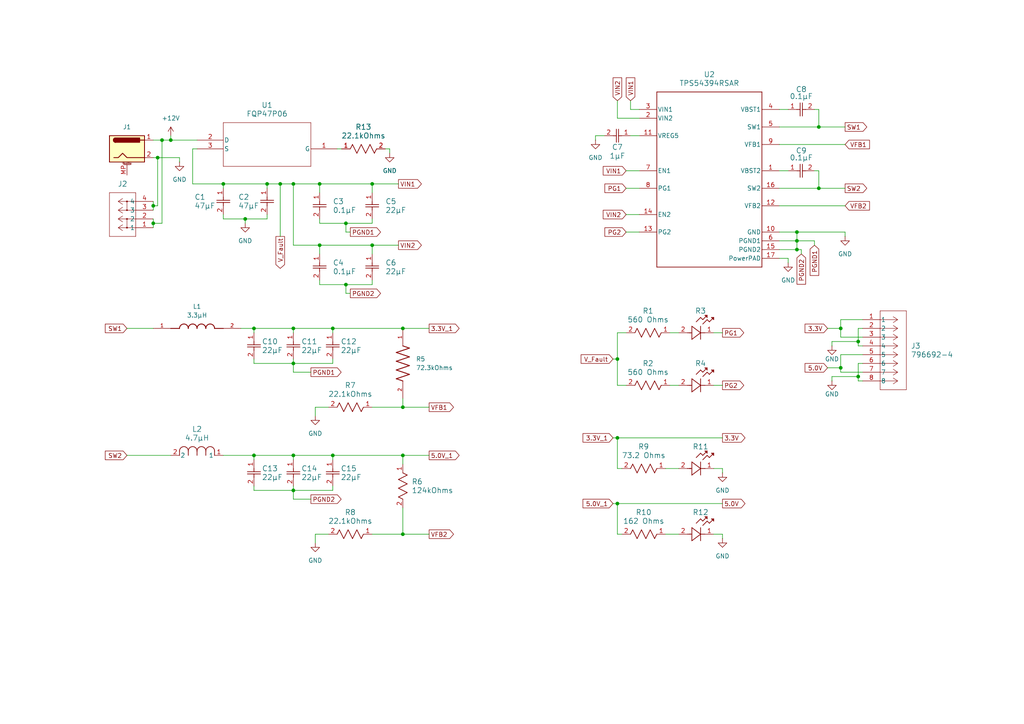
<source format=kicad_sch>
(kicad_sch (version 20231120) (generator "eeschema") (generator_version "8.0")
  (paper "A4")
  (title_block (title "12VDC to 3.3VDC & 5.0VDC Power Converter") (date "2025-01-19") (rev "1") (company "Eastland Supply"))
  (lib_symbols
    (symbol "1017503:1017503" (pin_names (offset 0.254))
      (property "Reference" "J" (at 8.89 6.35 0))
      (property "Value" "1017503" (at 0 0 0))
      (symbol "1017503_1_1"
        (pin unspecified line (at 0 0 0) (length 5.08) (name "1") (number "1"))
        (pin unspecified line (at 0 -2.54 0) (length 5.08) (name "2") (number "2"))
        (pin unspecified line (at 0 -5.08 0) (length 5.08) (name "3") (number "3"))
        (pin unspecified line (at 0 -7.62 0) (length 5.08) (name "4") (number "4"))
      )
      (symbol "1017503_1_2"
        (pin unspecified line (at 0 0 0) (length 5.08) (name "1") (number "1"))
        (pin unspecified line (at 0 -2.54 0) (length 5.08) (name "2") (number "2"))
        (pin unspecified line (at 0 -5.08 0) (length 5.08) (name "3") (number "3"))
        (pin unspecified line (at 0 -7.62 0) (length 5.08) (name "4") (number "4"))
      )
    )
    (symbol "796692-4:796692-4" (pin_names (offset 0.254))
      (property "Reference" "J" (at 8.89 6.35 0))
      (property "Value" "796692-4" (at 0 0 0))
      (symbol "796692-4_0_1"
        (pin unspecified line (at 0 0 0) (length 5.08) (name "1") (number "1"))
        (pin unspecified line (at 0 -2.54 0) (length 5.08) (name "2") (number "2"))
        (pin unspecified line (at 0 -5.08 0) (length 5.08) (name "3") (number "3"))
        (pin unspecified line (at 0 -7.62 0) (length 5.08) (name "4") (number "4"))
        (pin unspecified line (at 0 -10.16 0) (length 5.08) (name "5") (number "5"))
        (pin unspecified line (at 0 -12.7 0) (length 5.08) (name "6") (number "6"))
        (pin unspecified line (at 0 -15.24 0) (length 5.08) (name "7") (number "7"))
        (pin unspecified line (at 0 -17.78 0) (length 5.08) (name "8") (number "8"))
      )
    )
    (symbol "C1005X5R1E104K050BC:C1005X5R1E104K050BC" (pin_names (offset 0.254))
      (property "Reference" "C" (at 3.81 3.81 0))
      (property "Value" "C1005X5R1E104K050BC" (at 3.81 -3.81 0))
      (symbol "C1005X5R1E104K050BC_1_1"
        (pin unspecified line (at 0 0 0) (length 2.54) (name "") (number "1"))
        (pin unspecified line (at 7.62 0 180) (length 2.54) (name "") (number "2"))
      )
      (symbol "C1005X5R1E104K050BC_1_2"
        (pin unspecified line (at 0 0 270) (length 2.54) (name "") (number "1"))
        (pin unspecified line (at 0 -7.62 90) (length 2.54) (name "") (number "2"))
      )
    )
    (symbol "C2012X5R1E105K125AA:C2012X5R1E105K125AA" (pin_names (offset 0.254))
      (property "Reference" "C" (at 3.81 3.81 0))
      (property "Value" "C2012X5R1E105K125AA" (at 3.81 -3.81 0))
      (symbol "C2012X5R1E105K125AA_1_1"
        (pin unspecified line (at 0 0 0) (length 2.54) (name "") (number "1"))
        (pin unspecified line (at 7.62 0 180) (length 2.54) (name "") (number "2"))
      )
      (symbol "C2012X5R1E105K125AA_1_2"
        (pin unspecified line (at 0 0 270) (length 2.54) (name "") (number "1"))
        (pin unspecified line (at 0 -7.62 90) (length 2.54) (name "") (number "2"))
      )
    )
    (symbol "C3216X5R1C226M160AB:C3216X5R1C226M160AB" (pin_names (offset 0.254))
      (property "Reference" "C" (at 3.81 3.81 0))
      (property "Value" "C3216X5R1C226M160AB" (at 3.81 -3.81 0))
      (symbol "C3216X5R1C226M160AB_1_1"
        (pin unspecified line (at 0 0 0) (length 2.54) (name "") (number "1"))
        (pin unspecified line (at 7.62 0 180) (length 2.54) (name "") (number "2"))
      )
      (symbol "C3216X5R1C226M160AB_1_2"
        (pin unspecified line (at 0 0 270) (length 2.54) (name "") (number "1"))
        (pin unspecified line (at 0 -7.62 90) (length 2.54) (name "") (number "2"))
      )
    )
    (symbol "C3216X5R1E476M160AC:C3216X5R1E476M160AC" (pin_names (offset 0.254))
      (property "Reference" "C" (at 3.81 3.81 0))
      (property "Value" "C3216X5R1E476M160AC" (at 3.81 -3.81 0))
      (symbol "C3216X5R1E476M160AC_1_1"
        (pin unspecified line (at 0 0 0) (length 2.54) (name "") (number "1"))
        (pin unspecified line (at 7.62 0 180) (length 2.54) (name "") (number "2"))
      )
      (symbol "C3216X5R1E476M160AC_1_2"
        (pin unspecified line (at 0 0 270) (length 2.54) (name "") (number "1"))
        (pin unspecified line (at 0 -7.62 90) (length 2.54) (name "") (number "2"))
      )
    )
    (symbol "Connector:Barrel_Jack_MountingPin" (pin_names hide)
      (property "Reference" "J" (at 0 5.334 0))
      (property "Value" "Barrel_Jack_MountingPin" (at 1.27 -6.35 0))
      (symbol "Barrel_Jack_MountingPin_1_1"
        (text "Mounting" (at 0 -4.191 0) (effects (font (size 0.381 0.381))))
        (pin passive line (at 7.62 2.54 180) (length 2.54) (name "~") (number "1"))
        (pin passive line (at 7.62 -2.54 180) (length 2.54) (name "~") (number "2"))
        (pin passive line (at 0 -7.62 90) (length 3.048) (name "MountPin") (number "MP"))
      )
    )
    (symbol "FQP47P06:FQP47P06" (pin_names (offset 0.254))
      (property "Reference" "U" (at 20.32 10.16 0))
      (property "Value" "FQP47P06" (at 20.32 7.62 0))
      (symbol "FQP47P06_0_1"
        (pin unspecified line (at 0 0 0) (length 7.62) (name "G") (number "1"))
        (pin unspecified line (at 40.64 -2.54 180) (length 7.62) (name "D") (number "2"))
        (pin unspecified line (at 40.64 0 180) (length 7.62) (name "S") (number "3"))
      )
    )
    (symbol "RC1206FR-07162RL:RC1206FR-07162RL" (pin_names (offset 0.254))
      (property "Reference" "R" (at 5.715 3.81 0))
      (property "Value" "RC1206FR-07162RL" (at 6.35 -3.81 0))
      (symbol "RC1206FR-07162RL_1_1"
        (pin unspecified line (at 12.7 0 180) (length 2.54) (name "") (number "1"))
        (pin unspecified line (at 0 0 0) (length 2.54) (name "") (number "2"))
      )
      (symbol "RC1206FR-07162RL_1_2"
        (pin unspecified line (at 0 12.7 270) (length 2.54) (name "") (number "1"))
        (pin unspecified line (at 0 0 90) (length 2.54) (name "") (number "2"))
      )
    )
    (symbol "RC1206FR-07560RL:RC1206FR-07560RL" (pin_names (offset 0.254))
      (property "Reference" "R" (at 5.715 3.81 0))
      (property "Value" "RC1206FR-07560RL" (at 6.35 -3.81 0))
      (symbol "RC1206FR-07560RL_1_1"
        (pin unspecified line (at 12.7 0 180) (length 2.54) (name "") (number "1"))
        (pin unspecified line (at 0 0 0) (length 2.54) (name "") (number "2"))
      )
      (symbol "RC1206FR-07560RL_1_2"
        (pin unspecified line (at 0 12.7 270) (length 2.54) (name "") (number "1"))
        (pin unspecified line (at 0 0 90) (length 2.54) (name "") (number "2"))
      )
    )
    (symbol "RC1206FR-0773R2L:RC1206FR-0773R2L" (pin_names (offset 0.254))
      (property "Reference" "R" (at 5.715 3.81 0))
      (property "Value" "RC1206FR-0773R2L" (at 6.35 -3.81 0))
      (symbol "RC1206FR-0773R2L_1_1"
        (pin unspecified line (at 12.7 0 180) (length 2.54) (name "") (number "1"))
        (pin unspecified line (at 0 0 0) (length 2.54) (name "") (number "2"))
      )
      (symbol "RC1206FR-0773R2L_1_2"
        (pin unspecified line (at 0 12.7 270) (length 2.54) (name "") (number "1"))
        (pin unspecified line (at 0 0 90) (length 2.54) (name "") (number "2"))
      )
    )
    (symbol "RN73H1JTTD7232B25:RN73H1JTTD7232B25" (pin_names (offset 1.016))
      (property "Reference" "R" (at -7.6244 2.5415 0))
      (property "Value" "RN73H1JTTD7232B25" (at -7.63 -5.0866 0))
      (symbol "RN73H1JTTD7232B25_0_0"
        (pin passive line (at -10.16 0 0) (length 5.08) (name "~") (number "1"))
        (pin passive line (at 10.16 0 180) (length 5.08) (name "~") (number "2"))
      )
    )
    (symbol "SML-E12DWT86:SML-E12DWT86" (pin_names (offset 0.254))
      (property "Reference" "R" (at 5.08 -4.445 0))
      (property "Value" "SML-E12DWT86" (at 5.08 -7.62 0))
      (symbol "SML-E12DWT86_1_1"
        (pin unspecified line (at 10.16 0 180) (length 2.54) (name "") (number "1"))
        (pin unspecified line (at 0 0 0) (length 2.54) (name "") (number "2"))
      )
      (symbol "SML-E12DWT86_1_2"
        (pin unspecified line (at 0 10.16 270) (length 2.54) (name "") (number "1"))
        (pin unspecified line (at 0 0 90) (length 2.54) (name "") (number "2"))
      )
    )
    (symbol "TNPW1206124KBEEN:TNPW1206124KBEEN" (pin_names (offset 0.254))
      (property "Reference" "R" (at 5.715 3.81 0))
      (property "Value" "TNPW1206124KBEEN" (at 6.35 -3.81 0))
      (symbol "TNPW1206124KBEEN_1_1"
        (pin unspecified line (at 0 0 0) (length 2.54) (name "") (number "1"))
        (pin unspecified line (at 12.7 0 180) (length 2.54) (name "") (number "2"))
      )
      (symbol "TNPW1206124KBEEN_1_2"
        (pin unspecified line (at 0 12.7 270) (length 2.54) (name "") (number "1"))
        (pin unspecified line (at 0 0 90) (length 2.54) (name "") (number "2"))
      )
    )
    (symbol "TNPW120622K1BEEA:TNPW120622K1BEEA" (pin_names (offset 0.254))
      (property "Reference" "R" (at 5.715 3.81 0))
      (property "Value" "TNPW120622K1BEEA" (at 6.35 -3.81 0))
      (symbol "TNPW120622K1BEEA_1_1"
        (pin unspecified line (at 0 0 0) (length 2.54) (name "") (number "1"))
        (pin unspecified line (at 12.7 0 180) (length 2.54) (name "") (number "2"))
      )
      (symbol "TNPW120622K1BEEA_1_2"
        (pin unspecified line (at 0 12.7 270) (length 2.54) (name "") (number "1"))
        (pin unspecified line (at 0 0 90) (length 2.54) (name "") (number "2"))
      )
    )
    (symbol "TPS54394RSAR:TPS54394RSAR" (pin_names (offset 0.254))
      (property "Reference" "U" (at 0 2.54 0))
      (property "Value" "TPS54394RSAR" (at 0 0 0))
      (symbol "TPS54394RSAR_0_1"
        (pin unspecified line (at 40.64 -17.78 180) (length 5.08) (name "VBST2") (number "1"))
        (pin power_in line (at 40.64 -35.56 180) (length 5.08) (name "GND") (number "10"))
        (pin unspecified line (at 0 -7.62 0) (length 5.08) (name "VREG5") (number "11"))
        (pin unspecified line (at 40.64 -27.94 180) (length 5.08) (name "VFB2") (number "12"))
        (pin open_collector line (at 0 -35.56 0) (length 5.08) (name "PG2") (number "13"))
        (pin input line (at 0 -30.48 0) (length 5.08) (name "EN2") (number "14"))
        (pin power_in line (at 40.64 -40.64 180) (length 5.08) (name "PGND2") (number "15"))
        (pin unspecified line (at 40.64 -22.86 180) (length 5.08) (name "SW2") (number "16"))
        (pin unspecified line (at 40.64 -43.18 180) (length 5.08) (name "PowerPAD") (number "17"))
        (pin power_in line (at 0 -2.54 0) (length 5.08) (name "VIN2") (number "2"))
        (pin power_in line (at 0 0 0) (length 5.08) (name "VIN1") (number "3"))
        (pin unspecified line (at 40.64 0 180) (length 5.08) (name "VBST1") (number "4"))
        (pin unspecified line (at 40.64 -5.08 180) (length 5.08) (name "SW1") (number "5"))
        (pin power_in line (at 40.64 -38.1 180) (length 5.08) (name "PGND1") (number "6"))
        (pin input line (at 0 -17.78 0) (length 5.08) (name "EN1") (number "7"))
        (pin open_collector line (at 0 -22.86 0) (length 5.08) (name "PG1") (number "8"))
        (pin unspecified line (at 40.64 -10.16 180) (length 5.08) (name "VFB1") (number "9"))
      )
    )
    (symbol "VLS6045EX-3R3N:VLS6045EX-3R3N" (pin_names (offset 1.016))
      (property "Reference" "L" (at -10.16 5.08 0))
      (property "Value" "VLS6045EX-3R3N" (at -10.16 -5.08 0))
      (symbol "VLS6045EX-3R3N_0_0"
        (pin passive line (at -12.7 0 0) (length 5.08) (name "~") (number "1"))
        (pin passive line (at 12.7 0 180) (length 5.08) (name "~") (number "2"))
      )
    )
    (symbol "VLS6045EX_4R7M:VLS6045EX-4R7M" (pin_names (offset 0.254))
      (property "Reference" "L" (at 6.985 5.08 0))
      (property "Value" "VLS6045EX-4R7M" (at 6.985 -2.54 0))
      (symbol "VLS6045EX-4R7M_1_1"
        (pin unspecified line (at 15.24 0 180) (length 2.54) (name "1") (number "1"))
        (pin unspecified line (at 0 0 0) (length 2.54) (name "2") (number "2"))
      )
      (symbol "VLS6045EX-4R7M_1_2"
        (pin unspecified line (at 0 15.24 270) (length 2.54) (name "1") (number "1"))
        (pin unspecified line (at 0 0 90) (length 2.54) (name "2") (number "2"))
      )
    )
    (symbol "power:+12V" (power) (pin_numbers hide) (pin_names (offset 0) hide)
      (property "Value" "+12V" (at 0 3.556 0))
      (symbol "+12V_1_1"
        (pin power_in line (at 0 0 90) (length 0) (name "~") (number "1"))
      )
    )
    (symbol "power:GND" (power) (pin_numbers hide) (pin_names (offset 0) hide)
      (property "Value" "GND" (at 0 -3.81 0))
      (symbol "GND_1_1"
        (pin power_in line (at 0 0 270) (length 0) (name "~") (number "1"))
      )
    )
  )
  (junction (at 46.99 40.64))
  (junction (at 49.53 40.64))
  (junction (at 116.84 132.08))
  (junction (at 45.72 45.72))
  (junction (at 237.49 54.61))
  (junction (at 237.49 36.83))
  (junction (at 116.84 118.11))
  (junction (at 73.66 132.08))
  (junction (at 92.71 53.34))
  (junction (at 85.09 105.41))
  (junction (at 85.09 142.24))
  (junction (at 243.84 106.68))
  (junction (at 73.66 95.25))
  (junction (at 116.84 95.25))
  (junction (at 85.09 132.08))
  (junction (at 248.92 99.06))
  (junction (at 81.28 53.34))
  (junction (at 100.33 82.55))
  (junction (at 92.71 71.12))
  (junction (at 231.14 69.85))
  (junction (at 64.77 53.34))
  (junction (at 248.92 109.22))
  (junction (at 116.84 154.94))
  (junction (at 179.07 146.05))
  (junction (at 179.07 104.14))
  (junction (at 179.07 127))
  (junction (at 44.45 64.77))
  (junction (at 96.52 132.08))
  (junction (at 231.14 67.31))
  (junction (at 231.14 72.39))
  (junction (at 100.33 64.77))
  (junction (at 243.84 95.25))
  (junction (at 96.52 95.25))
  (junction (at 44.45 59.69))
  (junction (at 85.09 53.34))
  (junction (at 107.95 53.34))
  (junction (at 85.09 95.25))
  (junction (at 71.12 63.5))
  (junction (at 77.47 53.34))
  (junction (at 107.95 71.12))
  (wire (pts (xy 46.99 64.77) (xy 46.99 40.64)))
  (wire (pts (xy 248.92 95.25) (xy 248.92 99.06)))
  (wire (pts (xy 179.07 104.14) (xy 179.07 111.76)))
  (wire (pts (xy 107.95 64.77) (xy 107.95 63.5)))
  (wire (pts (xy 85.09 133.35) (xy 85.09 132.08)))
  (wire (pts (xy 231.14 69.85) (xy 236.22 69.85)))
  (wire (pts (xy 228.6 74.93) (xy 228.6 76.2)))
  (wire (pts (xy 194.31 96.52) (xy 196.85 96.52)))
  (wire (pts (xy 36.83 95.25) (xy 44.45 95.25)))
  (wire (pts (xy 107.95 73.66) (xy 107.95 71.12)))
  (wire (pts (xy 81.28 53.34) (xy 85.09 53.34)))
  (wire (pts (xy 95.25 154.94) (xy 91.44 154.94)))
  (wire (pts (xy 193.04 154.94) (xy 196.85 154.94)))
  (wire (pts (xy 73.66 95.25) (xy 73.66 96.52)))
  (wire (pts (xy 243.84 106.68) (xy 243.84 107.95)))
  (wire (pts (xy 113.03 43.18) (xy 113.03 44.45)))
  (wire (pts (xy 116.84 132.08) (xy 124.46 132.08)))
  (wire (pts (xy 231.14 72.39) (xy 232.41 72.39)))
  (wire (pts (xy 250.19 92.71) (xy 243.84 92.71)))
  (wire (pts (xy 181.61 62.23) (xy 185.42 62.23)))
  (wire (pts (xy 85.09 132.08) (xy 73.66 132.08)))
  (wire (pts (xy 57.15 43.18) (xy 55.88 43.18)))
  (wire (pts (xy 181.61 49.53) (xy 185.42 49.53)))
  (wire (pts (xy 44.45 58.42) (xy 44.45 59.69)))
  (wire (pts (xy 179.07 135.89) (xy 179.07 127)))
  (wire (pts (xy 116.84 134.62) (xy 116.84 132.08)))
  (wire (pts (xy 81.28 53.34) (xy 81.28 68.58)))
  (wire (pts (xy 209.55 137.16) (xy 209.55 135.89)))
  (wire (pts (xy 85.09 95.25) (xy 73.66 95.25)))
  (wire (pts (xy 101.6 85.09) (xy 100.33 85.09)))
  (wire (pts (xy 107.95 71.12) (xy 92.71 71.12)))
  (wire (pts (xy 92.71 81.28) (xy 92.71 82.55)))
  (wire (pts (xy 241.3 109.22) (xy 248.92 109.22)))
  (wire (pts (xy 64.77 53.34) (xy 77.47 53.34)))
  (wire (pts (xy 44.45 59.69) (xy 44.45 60.96)))
  (wire (pts (xy 92.71 82.55) (xy 100.33 82.55)))
  (wire (pts (xy 100.33 85.09) (xy 100.33 82.55)))
  (wire (pts (xy 250.19 105.41) (xy 248.92 105.41)))
  (wire (pts (xy 226.06 59.69) (xy 245.11 59.69)))
  (wire (pts (xy 179.07 96.52) (xy 179.07 104.14)))
  (wire (pts (xy 116.84 118.11) (xy 124.46 118.11)))
  (wire (pts (xy 185.42 31.75) (xy 182.88 31.75)))
  (wire (pts (xy 100.33 82.55) (xy 107.95 82.55)))
  (wire (pts (xy 69.85 95.25) (xy 73.66 95.25)))
  (wire (pts (xy 241.3 99.06) (xy 248.92 99.06)))
  (wire (pts (xy 96.52 133.35) (xy 96.52 132.08)))
  (wire (pts (xy 73.66 105.41) (xy 73.66 104.14)))
  (wire (pts (xy 85.09 96.52) (xy 85.09 95.25)))
  (wire (pts (xy 107.95 53.34) (xy 107.95 55.88)))
  (wire (pts (xy 49.53 39.37) (xy 49.53 40.64)))
  (wire (pts (xy 96.52 96.52) (xy 96.52 95.25)))
  (wire (pts (xy 101.6 67.31) (xy 100.33 67.31)))
  (wire (pts (xy 226.06 54.61) (xy 237.49 54.61)))
  (wire (pts (xy 243.84 92.71) (xy 243.84 95.25)))
  (wire (pts (xy 96.52 140.97) (xy 96.52 142.24)))
  (wire (pts (xy 226.06 72.39) (xy 231.14 72.39)))
  (wire (pts (xy 45.72 59.69) (xy 45.72 45.72)))
  (wire (pts (xy 240.03 106.68) (xy 243.84 106.68)))
  (wire (pts (xy 236.22 69.85) (xy 236.22 71.12)))
  (wire (pts (xy 248.92 105.41) (xy 248.92 109.22)))
  (wire (pts (xy 55.88 43.18) (xy 55.88 53.34)))
  (wire (pts (xy 207.01 96.52) (xy 209.55 96.52)))
  (wire (pts (xy 111.76 43.18) (xy 113.03 43.18)))
  (wire (pts (xy 107.95 53.34) (xy 115.57 53.34)))
  (wire (pts (xy 179.07 34.29) (xy 179.07 29.21)))
  (wire (pts (xy 91.44 118.11) (xy 91.44 120.65)))
  (wire (pts (xy 185.42 34.29) (xy 179.07 34.29)))
  (wire (pts (xy 179.07 111.76) (xy 181.61 111.76)))
  (wire (pts (xy 237.49 49.53) (xy 237.49 54.61)))
  (wire (pts (xy 243.84 107.95) (xy 250.19 107.95)))
  (wire (pts (xy 85.09 53.34) (xy 92.71 53.34)))
  (wire (pts (xy 250.19 102.87) (xy 243.84 102.87)))
  (wire (pts (xy 45.72 45.72) (xy 52.07 45.72)))
  (wire (pts (xy 243.84 102.87) (xy 243.84 106.68)))
  (wire (pts (xy 96.52 104.14) (xy 96.52 105.41)))
  (wire (pts (xy 44.45 63.5) (xy 44.45 64.77)))
  (wire (pts (xy 44.45 40.64) (xy 46.99 40.64)))
  (wire (pts (xy 92.71 73.66) (xy 92.71 71.12)))
  (wire (pts (xy 116.84 154.94) (xy 107.95 154.94)))
  (wire (pts (xy 226.06 67.31) (xy 231.14 67.31)))
  (wire (pts (xy 248.92 100.33) (xy 250.19 100.33)))
  (wire (pts (xy 180.34 135.89) (xy 179.07 135.89)))
  (wire (pts (xy 116.84 132.08) (xy 96.52 132.08)))
  (wire (pts (xy 77.47 62.23) (xy 77.47 63.5)))
  (wire (pts (xy 95.25 118.11) (xy 91.44 118.11)))
  (wire (pts (xy 248.92 109.22) (xy 248.92 110.49)))
  (wire (pts (xy 179.07 154.94) (xy 179.07 146.05)))
  (wire (pts (xy 90.17 144.78) (xy 85.09 144.78)))
  (wire (pts (xy 85.09 104.14) (xy 85.09 105.41)))
  (wire (pts (xy 96.52 132.08) (xy 85.09 132.08)))
  (wire (pts (xy 92.71 63.5) (xy 92.71 64.77)))
  (wire (pts (xy 209.55 135.89) (xy 207.01 135.89)))
  (wire (pts (xy 226.06 74.93) (xy 228.6 74.93)))
  (wire (pts (xy 248.92 99.06) (xy 248.92 100.33)))
  (wire (pts (xy 73.66 142.24) (xy 73.66 140.97)))
  (wire (pts (xy 64.77 132.08) (xy 73.66 132.08)))
  (wire (pts (xy 177.8 146.05) (xy 179.07 146.05)))
  (wire (pts (xy 226.06 41.91) (xy 245.11 41.91)))
  (wire (pts (xy 116.84 115.57) (xy 116.84 118.11)))
  (wire (pts (xy 92.71 71.12) (xy 85.09 71.12)))
  (wire (pts (xy 237.49 54.61) (xy 245.11 54.61)))
  (wire (pts (xy 107.95 82.55) (xy 107.95 81.28)))
  (wire (pts (xy 226.06 69.85) (xy 231.14 69.85)))
  (wire (pts (xy 209.55 156.21) (xy 209.55 154.94)))
  (wire (pts (xy 250.19 95.25) (xy 248.92 95.25)))
  (wire (pts (xy 116.84 118.11) (xy 107.95 118.11)))
  (wire (pts (xy 91.44 154.94) (xy 91.44 157.48)))
  (wire (pts (xy 181.61 54.61) (xy 185.42 54.61)))
  (wire (pts (xy 49.53 40.64) (xy 57.15 40.64)))
  (wire (pts (xy 77.47 53.34) (xy 81.28 53.34)))
  (wire (pts (xy 179.07 127) (xy 209.55 127)))
  (wire (pts (xy 85.09 140.97) (xy 85.09 142.24)))
  (wire (pts (xy 44.45 59.69) (xy 45.72 59.69)))
  (wire (pts (xy 241.3 110.49) (xy 241.3 109.22)))
  (wire (pts (xy 226.06 36.83) (xy 237.49 36.83)))
  (wire (pts (xy 226.06 49.53) (xy 228.6 49.53)))
  (wire (pts (xy 207.01 111.76) (xy 209.55 111.76)))
  (wire (pts (xy 92.71 64.77) (xy 100.33 64.77)))
  (wire (pts (xy 96.52 95.25) (xy 85.09 95.25)))
  (wire (pts (xy 64.77 63.5) (xy 64.77 62.23)))
  (wire (pts (xy 44.45 64.77) (xy 46.99 64.77)))
  (wire (pts (xy 245.11 67.31) (xy 245.11 68.58)))
  (wire (pts (xy 116.84 154.94) (xy 124.46 154.94)))
  (wire (pts (xy 243.84 95.25) (xy 243.84 97.79)))
  (wire (pts (xy 177.8 127) (xy 179.07 127)))
  (wire (pts (xy 179.07 146.05) (xy 209.55 146.05)))
  (wire (pts (xy 77.47 53.34) (xy 77.47 54.61)))
  (wire (pts (xy 92.71 53.34) (xy 107.95 53.34)))
  (wire (pts (xy 194.31 111.76) (xy 196.85 111.76)))
  (wire (pts (xy 44.45 45.72) (xy 45.72 45.72)))
  (wire (pts (xy 172.72 39.37) (xy 172.72 40.64)))
  (wire (pts (xy 85.09 105.41) (xy 73.66 105.41)))
  (wire (pts (xy 237.49 36.83) (xy 245.11 36.83)))
  (wire (pts (xy 71.12 63.5) (xy 64.77 63.5)))
  (wire (pts (xy 226.06 31.75) (xy 228.6 31.75)))
  (wire (pts (xy 85.09 142.24) (xy 73.66 142.24)))
  (wire (pts (xy 193.04 135.89) (xy 196.85 135.89)))
  (wire (pts (xy 77.47 63.5) (xy 71.12 63.5)))
  (wire (pts (xy 180.34 154.94) (xy 179.07 154.94)))
  (wire (pts (xy 116.84 95.25) (xy 124.46 95.25)))
  (wire (pts (xy 182.88 39.37) (xy 185.42 39.37)))
  (wire (pts (xy 236.22 31.75) (xy 237.49 31.75)))
  (wire (pts (xy 85.09 107.95) (xy 85.09 105.41)))
  (wire (pts (xy 181.61 96.52) (xy 179.07 96.52)))
  (wire (pts (xy 90.17 107.95) (xy 85.09 107.95)))
  (wire (pts (xy 97.79 43.18) (xy 99.06 43.18)))
  (wire (pts (xy 107.95 71.12) (xy 115.57 71.12)))
  (wire (pts (xy 231.14 67.31) (xy 245.11 67.31)))
  (wire (pts (xy 243.84 97.79) (xy 250.19 97.79)))
  (wire (pts (xy 52.07 45.72) (xy 52.07 46.99)))
  (wire (pts (xy 241.3 100.33) (xy 241.3 99.06)))
  (wire (pts (xy 209.55 154.94) (xy 207.01 154.94)))
  (wire (pts (xy 177.8 104.14) (xy 179.07 104.14)))
  (wire (pts (xy 237.49 31.75) (xy 237.49 36.83)))
  (wire (pts (xy 240.03 95.25) (xy 243.84 95.25)))
  (wire (pts (xy 248.92 110.49) (xy 250.19 110.49)))
  (wire (pts (xy 181.61 67.31) (xy 185.42 67.31)))
  (wire (pts (xy 231.14 69.85) (xy 231.14 72.39)))
  (wire (pts (xy 100.33 64.77) (xy 107.95 64.77)))
  (wire (pts (xy 182.88 31.75) (xy 182.88 29.21)))
  (wire (pts (xy 96.52 105.41) (xy 85.09 105.41)))
  (wire (pts (xy 172.72 39.37) (xy 175.26 39.37)))
  (wire (pts (xy 71.12 63.5) (xy 71.12 64.77)))
  (wire (pts (xy 96.52 142.24) (xy 85.09 142.24)))
  (wire (pts (xy 92.71 53.34) (xy 92.71 55.88)))
  (wire (pts (xy 36.83 132.08) (xy 49.53 132.08)))
  (wire (pts (xy 231.14 67.31) (xy 231.14 69.85)))
  (wire (pts (xy 100.33 67.31) (xy 100.33 64.77)))
  (wire (pts (xy 46.99 40.64) (xy 49.53 40.64)))
  (wire (pts (xy 64.77 54.61) (xy 64.77 53.34)))
  (wire (pts (xy 85.09 71.12) (xy 85.09 53.34)))
  (wire (pts (xy 236.22 49.53) (xy 237.49 49.53)))
  (wire (pts (xy 116.84 147.32) (xy 116.84 154.94)))
  (wire (pts (xy 85.09 144.78) (xy 85.09 142.24)))
  (wire (pts (xy 96.52 95.25) (xy 116.84 95.25)))
  (wire (pts (xy 44.45 64.77) (xy 44.45 66.04)))
  (wire (pts (xy 55.88 53.34) (xy 64.77 53.34)))
  (wire (pts (xy 73.66 132.08) (xy 73.66 133.35)))
  (wire (pts (xy 232.41 72.39) (xy 232.41 73.66)))
  (global_label "5.0V" (shape output) (at 209.55 146.05 0) (property "Intersheetrefs" "${INTERSHEET_REFS}" (effects (hide yes))))
  (global_label "SW1" (shape output) (at 245.11 36.83 0) (property "Intersheetrefs" "${INTERSHEET_REFS}" (effects (hide yes))))
  (global_label "VIN1" (shape output) (at 115.57 53.34 0) (property "Intersheetrefs" "${INTERSHEET_REFS}" (effects (hide yes))))
  (global_label "3.3V" (shape input) (at 240.03 95.25 180) (property "Intersheetrefs" "${INTERSHEET_REFS}" (effects (hide yes))))
  (global_label "VIN1" (shape input) (at 181.61 49.53 180) (property "Intersheetrefs" "${INTERSHEET_REFS}" (effects (hide yes))))
  (global_label "3.3V_1" (shape output) (at 124.46 95.25 0) (property "Intersheetrefs" "${INTERSHEET_REFS}" (effects (hide yes))))
  (global_label "VFB2" (shape output) (at 124.46 154.94 0) (property "Intersheetrefs" "${INTERSHEET_REFS}" (effects (hide yes))))
  (global_label "PGND1" (shape input) (at 236.22 71.12 270) (property "Intersheetrefs" "${INTERSHEET_REFS}" (effects (hide yes))))
  (global_label "5.0V" (shape input) (at 240.03 106.68 180) (property "Intersheetrefs" "${INTERSHEET_REFS}" (effects (hide yes))))
  (global_label "PGND2" (shape output) (at 101.6 85.09 0) (property "Intersheetrefs" "${INTERSHEET_REFS}" (effects (hide yes))))
  (global_label "PGND2" (shape input) (at 232.41 73.66 270) (property "Intersheetrefs" "${INTERSHEET_REFS}" (effects (hide yes))))
  (global_label "PG2" (shape input) (at 181.61 67.31 180) (property "Intersheetrefs" "${INTERSHEET_REFS}" (effects (hide yes))))
  (global_label "3.3V_1" (shape input) (at 177.8 127 180) (property "Intersheetrefs" "${INTERSHEET_REFS}" (effects (hide yes))))
  (global_label "V_Fault" (shape input) (at 177.8 104.14 180) (property "Intersheetrefs" "${INTERSHEET_REFS}" (effects (hide yes))))
  (global_label "VFB1" (shape input) (at 245.11 41.91 0) (property "Intersheetrefs" "${INTERSHEET_REFS}" (effects (hide yes))))
  (global_label "PG2" (shape output) (at 209.55 111.76 0) (property "Intersheetrefs" "${INTERSHEET_REFS}" (effects (hide yes))))
  (global_label "SW2" (shape output) (at 245.11 54.61 0) (property "Intersheetrefs" "${INTERSHEET_REFS}" (effects (hide yes))))
  (global_label "PGND1" (shape output) (at 90.17 107.95 0) (property "Intersheetrefs" "${INTERSHEET_REFS}" (effects (hide yes))))
  (global_label "5.0V_1" (shape input) (at 177.8 146.05 180) (property "Intersheetrefs" "${INTERSHEET_REFS}" (effects (hide yes))))
  (global_label "5.0V_1" (shape output) (at 124.46 132.08 0) (property "Intersheetrefs" "${INTERSHEET_REFS}" (effects (hide yes))))
  (global_label "V_Fault" (shape output) (at 81.28 68.58 270) (property "Intersheetrefs" "${INTERSHEET_REFS}" (effects (hide yes))))
  (global_label "PGND1" (shape output) (at 101.6 67.31 0) (property "Intersheetrefs" "${INTERSHEET_REFS}" (effects (hide yes))))
  (global_label "VIN2" (shape input) (at 181.61 62.23 180) (property "Intersheetrefs" "${INTERSHEET_REFS}" (effects (hide yes))))
  (global_label "VFB2" (shape input) (at 245.11 59.69 0) (property "Intersheetrefs" "${INTERSHEET_REFS}" (effects (hide yes))))
  (global_label "PG1" (shape output) (at 209.55 96.52 0) (property "Intersheetrefs" "${INTERSHEET_REFS}" (effects (hide yes))))
  (global_label "VIN2" (shape output) (at 115.57 71.12 0) (property "Intersheetrefs" "${INTERSHEET_REFS}" (effects (hide yes))))
  (global_label "PGND2" (shape output) (at 90.17 144.78 0) (property "Intersheetrefs" "${INTERSHEET_REFS}" (effects (hide yes))))
  (global_label "SW2" (shape input) (at 36.83 132.08 180) (property "Intersheetrefs" "${INTERSHEET_REFS}" (effects (hide yes))))
  (global_label "SW1" (shape input) (at 36.83 95.25 180) (property "Intersheetrefs" "${INTERSHEET_REFS}" (effects (hide yes))))
  (global_label "VFB1" (shape output) (at 124.46 118.11 0) (property "Intersheetrefs" "${INTERSHEET_REFS}" (effects (hide yes))))
  (global_label "PG1" (shape input) (at 181.61 54.61 180) (property "Intersheetrefs" "${INTERSHEET_REFS}" (effects (hide yes))))
  (global_label "3.3V" (shape output) (at 209.55 127 0) (property "Intersheetrefs" "${INTERSHEET_REFS}" (effects (hide yes))))
  (global_label "VIN1" (shape input) (at 182.88 29.21 90) (property "Intersheetrefs" "${INTERSHEET_REFS}" (effects (hide yes))))
  (global_label "VIN2" (shape input) (at 179.07 29.21 90) (property "Intersheetrefs" "${INTERSHEET_REFS}" (effects (hide yes))))
  (symbol (lib_id "C3216X5R1C226M160AB:C3216X5R1C226M160AB") (at 107.95 73.66 270) (unit 1)
    (property "Reference" "C6" (at 111.76 76.1999 90) (effects (font (size 1.524 1.524)) (justify left)))
    (property "Value" "22µF" (at 111.76 78.7399 90) (effects (font (size 1.524 1.524)) (justify left)))
    (property "Footprint" "Footprints:CAP_3216_TDK-M" (effects (hide yes)))
    (property "Datasheet" "C3216X5R1C226M160AB" (effects (hide yes)))
  )
  (symbol (lib_id "C3216X5R1E476M160AC:C3216X5R1E476M160AC") (at 64.77 54.61 270) (unit 1)
    (property "Reference" "C1" (at 56.388 57.15 90) (effects (font (size 1.524 1.524)) (justify left)))
    (property "Value" "47µF" (at 56.388 59.69 90) (effects (font (size 1.524 1.524)) (justify left)))
    (property "Footprint" "Footprints:CAP_3216_TDK-M" (effects (hide yes)))
    (property "Datasheet" "C3216X5R1E476M160AC" (effects (hide yes)))
  )
  (symbol (lib_id "TNPW120622K1BEEA:TNPW120622K1BEEA") (at 107.95 154.94 180) (unit 1)
    (property "Reference" "R8" (at 101.6 148.59 0) (effects (font (size 1.524 1.524))))
    (property "Value" "22.1kOhms" (at 101.6 151.13 0) (effects (font (size 1.524 1.524))))
    (property "Footprint" "Footprints:RES_TNPW1206_VIS-M" (effects (hide yes)))
    (property "Datasheet" "TNPW120622K1BEEA" (effects (hide yes)))
  )
  (symbol (lib_id "power:GND") (at 241.3 110.49 0) (unit 1)
    (property "Reference" "#PWR011" (effects (hide yes)))
    (property "Value" "GND" (at 241.3 114.3 0))
    (property "Description" "Power symbol creates a global label with name \"GND\" , ground" (effects (hide yes)))
  )
  (symbol (lib_id "power:GND") (at 113.03 44.45 0) (unit 1)
    (property "Reference" "#PWR02" (effects (hide yes)))
    (property "Value" "GND" (at 113.03 49.53 0))
    (property "Description" "Power symbol creates a global label with name \"GND\" , ground" (effects (hide yes)))
  )
  (symbol (lib_id "power:GND") (at 241.3 100.33 0) (unit 1)
    (property "Reference" "#PWR010" (effects (hide yes)))
    (property "Value" "GND" (at 241.3 104.14 0))
    (property "Description" "Power symbol creates a global label with name \"GND\" , ground" (effects (hide yes)))
  )
  (symbol (lib_id "796692-4:796692-4") (at 250.19 92.71 0) (unit 1)
    (property "Reference" "J3" (at 264.16 100.3299 0) (effects (font (size 1.524 1.524)) (justify left)))
    (property "Value" "796692-4" (at 264.16 102.8699 0) (effects (font (size 1.524 1.524)) (justify left)))
    (property "Footprint" "CONN8_796692-4_TEC" (effects (hide yes)))
    (property "Datasheet" "796692-4" (effects (hide yes)))
  )
  (symbol (lib_id "C1005X5R1E104K050BC:C1005X5R1E104K050BC") (at 92.71 55.88 270) (unit 1)
    (property "Reference" "C3" (at 96.52 58.4199 90) (effects (font (size 1.524 1.524)) (justify left)))
    (property "Value" "0.1µF" (at 96.52 60.9599 90) (effects (font (size 1.524 1.524)) (justify left)))
    (property "Footprint" "Footprints:CAP_1005_TDK-M" (effects (hide yes)))
    (property "Datasheet" "C1005X5R1E104K050BC" (effects (hide yes)))
  )
  (symbol (lib_id "power:GND") (at 245.11 68.58 0) (unit 1)
    (property "Reference" "#PWR05" (effects (hide yes)))
    (property "Value" "GND" (at 245.11 73.66 0))
    (property "Description" "Power symbol creates a global label with name \"GND\" , ground" (effects (hide yes)))
  )
  (symbol (lib_id "power:GND") (at 91.44 120.65 0) (unit 1)
    (property "Reference" "#PWR06" (effects (hide yes)))
    (property "Value" "GND" (at 91.44 125.73 0))
    (property "Description" "Power symbol creates a global label with name \"GND\" , ground" (effects (hide yes)))
  )
  (symbol (lib_id "C3216X5R1C226M160AB:C3216X5R1C226M160AB") (at 107.95 55.88 270) (unit 1)
    (property "Reference" "C5" (at 111.76 58.4199 90) (effects (font (size 1.524 1.524)) (justify left)))
    (property "Value" "22µF" (at 111.76 60.9599 90) (effects (font (size 1.524 1.524)) (justify left)))
    (property "Footprint" "Footprints:CAP_3216_TDK-M" (effects (hide yes)))
    (property "Datasheet" "C3216X5R1C226M160AB" (effects (hide yes)))
  )
  (symbol (lib_id "power:+12V") (at 49.53 39.37 0) (unit 1)
    (property "Reference" "#PWR04" (effects (hide yes)))
    (property "Value" "+12V" (at 49.53 34.29 0))
    (property "Description" "Power symbol creates a global label with name \"+12V\"" (effects (hide yes)))
  )
  (symbol (lib_id "C3216X5R1C226M160AB:C3216X5R1C226M160AB") (at 85.09 96.52 270) (unit 1)
    (property "Reference" "C11" (at 87.376 99.06 90) (effects (font (size 1.524 1.524)) (justify left)))
    (property "Value" "22µF" (at 87.376 101.6 90) (effects (font (size 1.524 1.524)) (justify left)))
    (property "Footprint" "Footprints:CAP_3216_TDK-M" (effects (hide yes)))
    (property "Datasheet" "C3216X5R1C226M160AB" (effects (hide yes)))
  )
  (symbol (lib_id "C1005X5R1E104K050BC:C1005X5R1E104K050BC") (at 92.71 73.66 270) (unit 1)
    (property "Reference" "C4" (at 96.52 76.1999 90) (effects (font (size 1.524 1.524)) (justify left)))
    (property "Value" "0.1µF" (at 96.52 78.7399 90) (effects (font (size 1.524 1.524)) (justify left)))
    (property "Footprint" "Footprints:CAP_1005_TDK-M" (effects (hide yes)))
    (property "Datasheet" "C1005X5R1E104K050BC" (effects (hide yes)))
  )
  (symbol (lib_id "power:GND") (at 172.72 40.64 0) (unit 1)
    (property "Reference" "#PWR013" (effects (hide yes)))
    (property "Value" "GND" (at 172.72 45.72 0))
    (property "Description" "Power symbol creates a global label with name \"GND\" , ground" (effects (hide yes)))
  )
  (symbol (lib_id "C3216X5R1E476M160AC:C3216X5R1E476M160AC") (at 77.47 54.61 270) (unit 1)
    (property "Reference" "C2" (at 69.088 57.15 90) (effects (font (size 1.524 1.524)) (justify left)))
    (property "Value" "47µF" (at 69.088 59.69 90) (effects (font (size 1.524 1.524)) (justify left)))
    (property "Footprint" "Footprints:CAP_3216_TDK-M" (effects (hide yes)))
    (property "Datasheet" "C3216X5R1E476M160AC" (effects (hide yes)))
  )
  (symbol (lib_id "C3216X5R1C226M160AB:C3216X5R1C226M160AB") (at 96.52 133.35 270) (unit 1)
    (property "Reference" "C15" (at 98.806 135.89 90) (effects (font (size 1.524 1.524)) (justify left)))
    (property "Value" "22µF" (at 98.806 138.43 90) (effects (font (size 1.524 1.524)) (justify left)))
    (property "Footprint" "Footprints:CAP_3216_TDK-M" (effects (hide yes)))
    (property "Datasheet" "C3216X5R1C226M160AB" (effects (hide yes)))
  )
  (symbol (lib_id "VLS6045EX-3R3N:VLS6045EX-3R3N") (at 57.15 95.25 0) (unit 1)
    (property "Reference" "L1" (at 57.15 88.9 0))
    (property "Value" "3.3µH" (at 57.15 91.44 0))
    (property "Footprint" "Footprints:IND_VLS6045EX-3R3N" (effects (hide yes)))
    (property "DigiKey_Part_Number" "445-173052-2-ND" (effects (hide yes)))
    (property "SnapEDA_Link" "https://www.snapeda.com/parts/VLS6045EX-3R3N/TDK/view-part/?ref=snap" (effects (hide yes)))
    (property "MAXIMUM_PACKAGE_HEIGHT" "4.5 mm" (effects (hide yes)))
    (property "Package" "NON STANDARD-2 TDK" (effects (hide yes)))
    (property "Check_prices" "https://www.snapeda.com/parts/VLS6045EX-3R3N/TDK/view-part/?ref=eda" (effects (hide yes)))
    (property "STANDARD" "Manufacturer Recommendations" (effects (hide yes)))
    (property "PARTREV" "N/A" (effects (hide yes)))
    (property "MF" "TDK" (effects (hide yes)))
    (property "MP" "VLS6045EX-3R3N" (effects (hide yes)))
    (property "Description_1" "\n                        \n                            3.3 µH Shielded Drum Core, Wirewound Inductor 4.95 A 23mOhm Nonstandard\n                        \n" (effects (hide yes)))
    (property "MANUFACTURER" "TDK" (effects (hide yes)))
  )
  (symbol (lib_id "C1005X5R1E104K050BC:C1005X5R1E104K050BC") (at 228.6 31.75 0) (unit 1)
    (property "Reference" "C8" (at 232.41 25.908 0) (effects (font (size 1.524 1.524))))
    (property "Value" "0.1µF" (at 232.41 27.94 0) (effects (font (size 1.524 1.524))))
    (property "Footprint" "Footprints:CAP_1005_TDK-M" (effects (hide yes)))
    (property "Datasheet" "C1005X5R1E104K050BC" (effects (hide yes)))
  )
  (symbol (lib_id "power:GND") (at 228.6 76.2 0) (unit 1)
    (property "Reference" "#PWR012" (effects (hide yes)))
    (property "Value" "GND" (at 228.6 81.28 0))
    (property "Description" "Power symbol creates a global label with name \"GND\" , ground" (effects (hide yes)))
  )
  (symbol (lib_id "power:GND") (at 209.55 137.16 0) (unit 1)
    (property "Reference" "#PWR08" (effects (hide yes)))
    (property "Value" "GND" (at 209.55 142.24 0))
    (property "Description" "Power symbol creates a global label with name \"GND\" , ground" (effects (hide yes)))
  )
  (symbol (lib_id "C3216X5R1C226M160AB:C3216X5R1C226M160AB") (at 73.66 133.35 270) (unit 1)
    (property "Reference" "C13" (at 75.946 135.89 90) (effects (font (size 1.524 1.524)) (justify left)))
    (property "Value" "22µF" (at 75.946 138.43 90) (effects (font (size 1.524 1.524)) (justify left)))
    (property "Footprint" "Footprints:CAP_3216_TDK-M" (effects (hide yes)))
    (property "Datasheet" "C3216X5R1C226M160AB" (effects (hide yes)))
  )
  (symbol (lib_id "TNPW120622K1BEEA:TNPW120622K1BEEA") (at 99.06 43.18 0) (unit 1)
    (property "Reference" "R13" (at 105.41 36.83 0) (effects (font (size 1.524 1.524))))
    (property "Value" "22.1kOhms" (at 105.41 39.37 0) (effects (font (size 1.524 1.524))))
    (property "Footprint" "Footprints:RES_TNPW1206_VIS-M" (effects (hide yes)))
    (property "Datasheet" "TNPW120622K1BEEA" (effects (hide yes)))
  )
  (symbol (lib_id "C1005X5R1E104K050BC:C1005X5R1E104K050BC") (at 228.6 49.53 0) (unit 1)
    (property "Reference" "C9" (at 232.41 43.688 0) (effects (font (size 1.524 1.524))))
    (property "Value" "0.1µF" (at 232.41 45.72 0) (effects (font (size 1.524 1.524))))
    (property "Footprint" "Footprints:CAP_1005_TDK-M" (effects (hide yes)))
    (property "Datasheet" "C1005X5R1E104K050BC" (effects (hide yes)))
  )
  (symbol (lib_id "FQP47P06:FQP47P06") (at 97.79 43.18 180) (unit 1)
    (property "Reference" "U1" (at 77.47 30.48 0) (effects (font (size 1.524 1.524))))
    (property "Value" "FQP47P06" (at 77.47 33.02 0) (effects (font (size 1.524 1.524))))
    (property "Footprint" "Footprints:TO220-3_ONS" (effects (hide yes)))
    (property "Datasheet" "FQP47P06" (effects (hide yes)))
  )
  (symbol (lib_id "power:GND") (at 71.12 64.77 0) (unit 1)
    (property "Reference" "#PWR03" (effects (hide yes)))
    (property "Value" "GND" (at 71.12 69.85 0))
    (property "Description" "Power symbol creates a global label with name \"GND\" , ground" (effects (hide yes)))
  )
  (symbol (lib_id "SML-E12DWT86:SML-E12DWT86") (at 196.85 96.52 0) (unit 1)
    (property "Reference" "R3" (at 203.2 90.17 0) (effects (font (size 1.524 1.524))))
    (property "Value" "SML-E12DWT86" (effects (hide yes)))
    (property "Footprint" "LED_SMLD12_ROM" (effects (hide yes)))
    (property "Datasheet" "SML-E12DWT86" (effects (hide yes)))
    (property "Description" "1.9V Forward Voltage" (effects (hide yes)))
  )
  (symbol (lib_id "VLS6045EX_4R7M:VLS6045EX-4R7M") (at 49.53 132.08 0) (unit 1)
    (property "Reference" "L2" (at 57.15 124.46 0) (effects (font (size 1.524 1.524))))
    (property "Value" "4.7µH" (at 57.15 127 0) (effects (font (size 1.524 1.524))))
    (property "Footprint" "Footprints:IND_VLS6045EX-4R7M_TDK-M" (effects (hide yes)))
    (property "Datasheet" "VLS6045EX-4R7M" (effects (hide yes)))
  )
  (symbol (lib_id "SML-E12DWT86:SML-E12DWT86") (at 196.85 111.76 0) (unit 1)
    (property "Reference" "R4" (at 203.2 105.41 0) (effects (font (size 1.524 1.524))))
    (property "Value" "SML-E12DWT86" (effects (hide yes)))
    (property "Footprint" "LED_SMLD12_ROM" (effects (hide yes)))
    (property "Datasheet" "SML-E12DWT86" (effects (hide yes)))
    (property "Description" "1.9V Forward Voltage" (effects (hide yes)))
  )
  (symbol (lib_id "Connector:Barrel_Jack_MountingPin") (at 36.83 43.18 0) (unit 1)
    (property "Reference" "J1" (at 36.83 36.83 0))
    (property "Value" "Barrel_Jack_MountingPin" (effects (hide yes)))
    (property "Footprint" "Connector_BarrelJack:BarrelJack_Wuerth_6941xx301002" (effects (hide yes)))
    (property "Description" "DC Barrel Jack with a mounting pin" (effects (hide yes)))
  )
  (symbol (lib_id "1017503:1017503") (at 44.45 66.04 180) (unit 1)
    (property "Reference" "J2" (at 35.56 53.34 0) (effects (font (size 1.524 1.524))))
    (property "Value" "1017503" (effects (hide yes)))
    (property "Footprint" "Footprints:CONN_1017491" (effects (hide yes)))
    (property "Datasheet" "1017503" (effects (hide yes)))
  )
  (symbol (lib_id "RC1206FR-07560RL:RC1206FR-07560RL") (at 181.61 96.52 0) (unit 1)
    (property "Reference" "R1" (at 187.96 90.17 0) (effects (font (size 1.524 1.524))))
    (property "Value" "560 Ohms" (at 187.96 92.71 0) (effects (font (size 1.524 1.524))))
    (property "Footprint" "Footprints:RC1206N_YAG-M" (effects (hide yes)))
    (property "Datasheet" "RC1206FR-07560RL" (effects (hide yes)))
  )
  (symbol (lib_id "RN73H1JTTD7232B25:RN73H1JTTD7232B25") (at 116.84 105.41 270) (unit 1)
    (property "Reference" "R5" (at 120.65 104.1399 90) (effects (justify left)))
    (property "Value" "72.3kOhms" (at 120.65 106.6799 90) (effects (justify left)))
    (property "Footprint" "Footprints:RESC1608X55N" (effects (hide yes)))
    (property "DigiKey_Part_Number" "2019-RN73H1JTTD7232B25TR-ND" (effects (hide yes)))
    (property "SnapEDA_Link" "https://www.snapeda.com/parts/RN73H1JTTD7232B25/KOA+Speer/view-part/?ref=snap" (effects (hide yes)))
    (property "Description_1" "\n                        \n                            72.3 kOhms ±0.1% 0.1W, 1/10W Chip Resistor 0603 (1608 Metric) Automotive AEC-Q200, Moisture Resistant Metal Film\n                        \n" (effects (hide yes)))
    (property "MF" "KOA Speer" (effects (hide yes)))
    (property "Package" "603 KOA" (effects (hide yes)))
    (property "Check_prices" "https://www.snapeda.com/parts/RN73H1JTTD7232B25/KOA+Speer/view-part/?ref=eda" (effects (hide yes)))
    (property "MP" "RN73H1JTTD7232B25" (effects (hide yes)))
  )
  (symbol (lib_id "SML-E12DWT86:SML-E12DWT86") (at 196.85 135.89 0) (unit 1)
    (property "Reference" "R11" (at 203.2 129.54 0) (effects (font (size 1.524 1.524))))
    (property "Value" "SML-E12DWT86" (effects (hide yes)))
    (property "Footprint" "LED_SMLD12_ROM" (effects (hide yes)))
    (property "Datasheet" "SML-E12DWT86" (effects (hide yes)))
    (property "Description" "1.9V Forward Voltage" (effects (hide yes)))
  )
  (symbol (lib_id "power:GND") (at 91.44 157.48 0) (unit 1)
    (property "Reference" "#PWR07" (effects (hide yes)))
    (property "Value" "GND" (at 91.44 162.56 0))
    (property "Description" "Power symbol creates a global label with name \"GND\" , ground" (effects (hide yes)))
  )
  (symbol (lib_id "SML-E12DWT86:SML-E12DWT86") (at 196.85 154.94 0) (unit 1)
    (property "Reference" "R12" (at 203.2 148.59 0) (effects (font (size 1.524 1.524))))
    (property "Value" "SML-E12DWT86" (effects (hide yes)))
    (property "Footprint" "LED_SMLD12_ROM" (effects (hide yes)))
    (property "Datasheet" "SML-E12DWT86" (effects (hide yes)))
    (property "Description" "1.9V Forward Voltage" (effects (hide yes)))
  )
  (symbol (lib_id "C3216X5R1C226M160AB:C3216X5R1C226M160AB") (at 96.52 96.52 270) (unit 1)
    (property "Reference" "C12" (at 98.806 99.06 90) (effects (font (size 1.524 1.524)) (justify left)))
    (property "Value" "22µF" (at 98.806 101.6 90) (effects (font (size 1.524 1.524)) (justify left)))
    (property "Footprint" "Footprints:CAP_3216_TDK-M" (effects (hide yes)))
    (property "Datasheet" "C3216X5R1C226M160AB" (effects (hide yes)))
  )
  (symbol (lib_id "C3216X5R1C226M160AB:C3216X5R1C226M160AB") (at 73.66 96.52 270) (unit 1)
    (property "Reference" "C10" (at 75.946 99.06 90) (effects (font (size 1.524 1.524)) (justify left)))
    (property "Value" "22µF" (at 75.946 101.6 90) (effects (font (size 1.524 1.524)) (justify left)))
    (property "Footprint" "Footprints:CAP_3216_TDK-M" (effects (hide yes)))
    (property "Datasheet" "C3216X5R1C226M160AB" (effects (hide yes)))
  )
  (symbol (lib_id "C3216X5R1C226M160AB:C3216X5R1C226M160AB") (at 85.09 133.35 270) (unit 1)
    (property "Reference" "C14" (at 87.376 135.89 90) (effects (font (size 1.524 1.524)) (justify left)))
    (property "Value" "22µF" (at 87.376 138.43 90) (effects (font (size 1.524 1.524)) (justify left)))
    (property "Footprint" "Footprints:CAP_3216_TDK-M" (effects (hide yes)))
    (property "Datasheet" "C3216X5R1C226M160AB" (effects (hide yes)))
  )
  (symbol (lib_id "RC1206FR-07560RL:RC1206FR-07560RL") (at 181.61 111.76 0) (unit 1)
    (property "Reference" "R2" (at 187.96 105.41 0) (effects (font (size 1.524 1.524))))
    (property "Value" "560 Ohms" (at 187.96 107.95 0) (effects (font (size 1.524 1.524))))
    (property "Footprint" "Footprints:RC1206N_YAG-M" (effects (hide yes)))
    (property "Datasheet" "RC1206FR-07560RL" (effects (hide yes)))
  )
  (symbol (lib_id "RC1206FR-07162RL:RC1206FR-07162RL") (at 180.34 154.94 0) (unit 1)
    (property "Reference" "R10" (at 186.69 148.59 0) (effects (font (size 1.524 1.524))))
    (property "Value" "162 Ohms" (at 186.69 151.13 0) (effects (font (size 1.524 1.524))))
    (property "Footprint" "Footprints:RC1206N_YAG-M" (effects (hide yes)))
    (property "Datasheet" "RC1206FR-07162RL" (effects (hide yes)))
  )
  (symbol (lib_id "power:GND") (at 209.55 156.21 0) (unit 1)
    (property "Reference" "#PWR09" (effects (hide yes)))
    (property "Value" "GND" (at 209.55 161.29 0))
    (property "Description" "Power symbol creates a global label with name \"GND\" , ground" (effects (hide yes)))
  )
  (symbol (lib_id "power:GND") (at 52.07 46.99 0) (unit 1)
    (property "Reference" "#PWR01" (effects (hide yes)))
    (property "Value" "GND" (at 52.07 52.07 0))
    (property "Description" "Power symbol creates a global label with name \"GND\" , ground" (effects (hide yes)))
  )
  (symbol (lib_id "C2012X5R1E105K125AA:C2012X5R1E105K125AA") (at 182.88 39.37 180) (unit 1)
    (property "Reference" "C7" (at 179.07 42.672 0) (effects (font (size 1.524 1.524))))
    (property "Value" "1µF" (at 179.07 45.212 0) (effects (font (size 1.524 1.524))))
    (property "Footprint" "Footprints:CAP_2012_TDK-M" (effects (hide yes)))
    (property "Datasheet" "C2012X5R1E105K125AA" (effects (hide yes)))
  )
  (symbol (lib_id "TNPW120622K1BEEA:TNPW120622K1BEEA") (at 107.95 118.11 180) (unit 1)
    (property "Reference" "R7" (at 101.6 111.76 0) (effects (font (size 1.524 1.524))))
    (property "Value" "22.1kOhms" (at 101.6 114.3 0) (effects (font (size 1.524 1.524))))
    (property "Footprint" "Footprints:RES_TNPW1206_VIS-M" (effects (hide yes)))
    (property "Datasheet" "TNPW120622K1BEEA" (effects (hide yes)))
  )
  (symbol (lib_id "TNPW1206124KBEEN:TNPW1206124KBEEN") (at 116.84 134.62 270) (unit 1)
    (property "Reference" "R6" (at 119.38 139.6999 90) (effects (font (size 1.524 1.524)) (justify left)))
    (property "Value" "124kOhms" (at 119.38 142.2399 90) (effects (font (size 1.524 1.524)) (justify left)))
    (property "Footprint" "Footprints:RES_TNPW1206_VIS-M" (effects (hide yes)))
    (property "Datasheet" "TNPW1206124KBEEN" (effects (hide yes)))
  )
  (symbol (lib_id "RC1206FR-0773R2L:RC1206FR-0773R2L") (at 180.34 135.89 0) (unit 1)
    (property "Reference" "R9" (at 186.69 129.54 0) (effects (font (size 1.524 1.524))))
    (property "Value" "73.2 Ohms" (at 186.69 132.08 0) (effects (font (size 1.524 1.524))))
    (property "Footprint" "Footprints:RC1206N_YAG-M" (effects (hide yes)))
    (property "Datasheet" "RC1206FR-0773R2L" (effects (hide yes)))
  )
  (symbol (lib_id "TPS54394RSAR:TPS54394RSAR") (at 185.42 31.75 0) (unit 1)
    (property "Reference" "U2" (at 205.74 21.59 0) (effects (font (size 1.524 1.524))))
    (property "Value" "TPS54394RSAR" (at 205.74 24.13 0) (effects (font (size 1.524 1.524))))
    (property "Footprint" "RSA0016B-IPC_A" (effects (hide yes)))
    (property "Datasheet" "TPS54394RSAR" (effects (hide yes)))
  )
)
</source>
